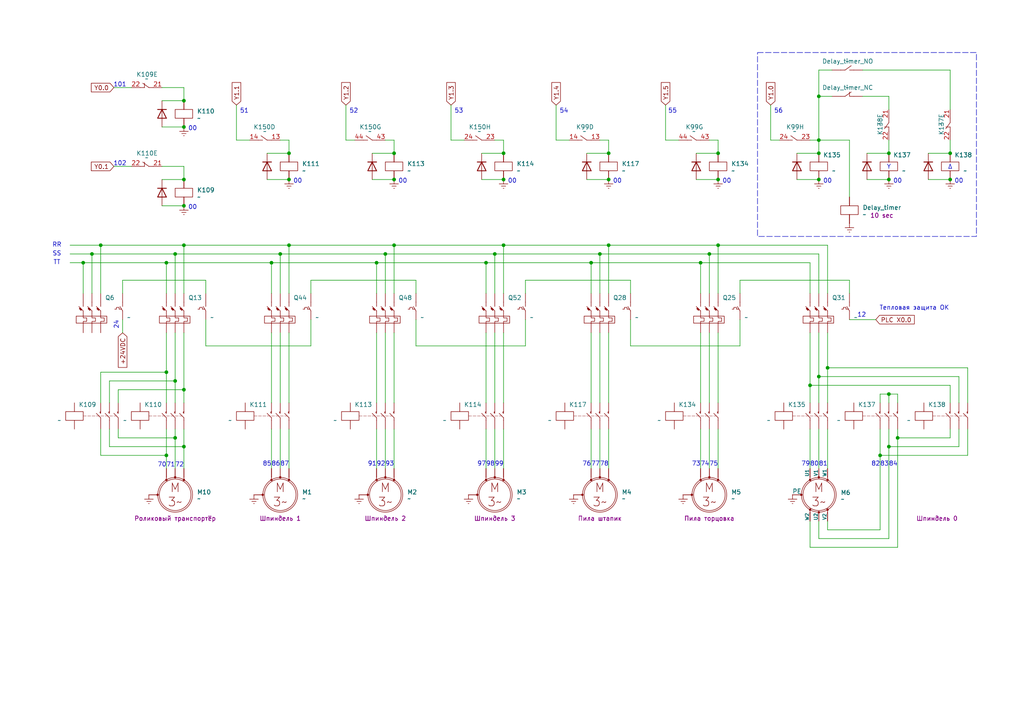
<source format=kicad_sch>
(kicad_sch (version 20231120) (generator "eeschema") (generator_version "8.0")
  (paper "A4")
  (lib_symbols
    (symbol "001:Button NO" (pin_numbers hide) (pin_names (offset 0) hide)
      (property "Reference" "S" (at -0.508 0.762 0))
      (symbol "Button NO_0_1"
        (polyline (pts (xy -2.54 -2.54) (xy -1.27 -2.54)))
        (polyline (pts (xy -1.27 -2.54) (xy 0.508 -1.27)))
        (polyline (pts (xy 1.27 -2.54) (xy 0 -2.54)))
      )
      (symbol "Button NO_1_1"
        (pin bidirectional line (at -5.08 -2.54 0) (length 2.54) (name "") (number "1"))
        (pin bidirectional line (at 3.81 -2.54 180) (length 2.54) (name "") (number "2"))
      )
    )
    (symbol "001:Button_NC" (pin_numbers hide) (pin_names (offset 0) hide)
      (property "Reference" "S" (at -0.508 0.762 0))
      (symbol "Button_NC_0_1"
        (polyline (pts (xy -2.54 -2.54) (xy -1.27 -2.54)))
        (polyline (pts (xy -1.27 -2.54) (xy 0.508 -1.27)))
        (polyline (pts (xy 1.27 -2.54) (xy 0 -2.54) (xy 0 -1.27)))
      )
      (symbol "Button_NC_1_1"
        (pin bidirectional line (at -5.08 -2.54 0) (length 2.54) (name "") (number "1"))
        (pin bidirectional line (at 3.81 -2.54 180) (length 2.54) (name "") (number "2"))
      )
    )
    (symbol "001:Circuit_Breaker_RST+NO" (pin_numbers hide) (pin_names (offset 0) hide)
      (property "Reference" "QF" (at -2.54 0 0))
      (symbol "Circuit_Breaker_RST+NO_0_1"
        (rectangle (start -2.032 -2.794) (end 6.858 -4.826))
        (polyline (pts (xy 0 -1.27) (xy -1.27 0)))
        (polyline (pts (xy 0 1.27) (xy 0 0)))
        (polyline (pts (xy 2.54 -1.27) (xy 1.27 0)))
        (polyline (pts (xy 2.54 1.27) (xy 2.54 0)))
        (polyline (pts (xy 5.08 -1.27) (xy 3.81 0)))
        (polyline (pts (xy 5.08 1.27) (xy 5.08 0)))
        (polyline (pts (xy 11.43 -1.27) (xy 10.668 0)))
        (polyline (pts (xy 11.43 1.27) (xy 11.43 0)))
        (polyline (pts (xy -0.889 -0.381) (xy -1.143 -0.635) (xy -0.635 -1.143) (xy -0.381 -0.889) (xy -0.889 -0.381)) (fill (type outline)))
        (polyline (pts (xy 1.651 -0.381) (xy 1.397 -0.635) (xy 1.905 -1.143) (xy 2.159 -0.889) (xy 1.651 -0.381)) (fill (type outline)))
        (polyline (pts (xy 4.191 -0.381) (xy 3.937 -0.635) (xy 4.445 -1.143) (xy 4.699 -0.889) (xy 4.191 -0.381)) (fill (type outline)))
        (polyline (pts (xy 0 -1.27) (xy 0 -3.302) (xy 1.016 -3.302) (xy 1.016 -4.318) (xy 0 -4.318) (xy 0 -5.08)))
        (polyline (pts (xy 2.54 -1.27) (xy 2.54 -3.302) (xy 3.556 -3.302) (xy 3.556 -4.318) (xy 2.54 -4.318) (xy 2.54 -5.08)))
        (polyline (pts (xy 5.08 -1.27) (xy 5.08 -3.302) (xy 6.096 -3.302) (xy 6.096 -4.318) (xy 5.08 -4.318) (xy 5.08 -5.08)))
        (polyline (pts (xy 11.176 -0.762) (xy 10.414 -0.762) (xy 10.414 -0.254) (xy 9.652 -0.254) (xy 9.652 -0.762) (xy 9.144 -0.762)))
      )
      (symbol "Circuit_Breaker_RST+NO_1_1"
        (pin bidirectional line (at 0 3.81 270) (length 2.54) (name "") (number "1"))
        (pin bidirectional line (at 2.54 3.81 270) (length 2.54) (name "") (number "1"))
        (pin bidirectional line (at 5.08 3.81 270) (length 2.54) (name "") (number "1"))
        (pin bidirectional line (at 11.43 3.81 270) (length 2.54) (name "") (number "1"))
        (pin bidirectional line (at 0 -7.62 90) (length 2.54) (name "") (number "2"))
        (pin bidirectional line (at 2.54 -7.62 90) (length 2.54) (name "") (number "2"))
        (pin bidirectional line (at 5.08 -7.62 90) (length 2.54) (name "") (number "2"))
        (pin bidirectional line (at 11.43 -3.81 90) (length 2.54) (name "") (number "2"))
      )
    )
    (symbol "001:Contactor_RST" (pin_numbers hide) (pin_names (offset 0) hide)
      (property "Reference" "KM" (at -5.08 2.54 0))
      (symbol "Contactor_RST_0_1"
        (rectangle (start -10.16 1.27) (end -5.08 -1.27))
        (polyline (pts (xy -5.08 0) (xy 4.572 0)) (stroke (width 0.0762) (type dash)))
        (polyline (pts (xy 0 -1.27) (xy 0 -0.508)))
        (polyline (pts (xy 0 -0.508) (xy -1.27 0.762)))
        (polyline (pts (xy 0 1.27) (xy 0 0.762)))
        (polyline (pts (xy 2.54 -1.27) (xy 2.54 -0.508)))
        (polyline (pts (xy 2.54 -0.508) (xy 1.27 0.762)))
        (polyline (pts (xy 2.54 1.27) (xy 2.54 0.762)))
        (polyline (pts (xy 5.08 -1.27) (xy 5.08 -0.508)))
        (polyline (pts (xy 5.08 -0.508) (xy 3.81 0.762)))
        (polyline (pts (xy 5.08 1.27) (xy 5.08 0.762)))
        (arc (start 0.0011 1.2382) (mid -0.2222 1.016) (end 0.0011 0.7937))
        (arc (start 2.5411 1.2382) (mid 2.3178 1.016) (end 2.5411 0.7937))
        (arc (start 5.0811 1.2382) (mid 4.8578 1.016) (end 5.0811 0.7937))
      )
      (symbol "Contactor_RST_1_1"
        (pin bidirectional line (at -7.62 -3.81 90) (length 2.54) (name "") (number ""))
        (pin bidirectional line (at -7.62 3.81 270) (length 2.54) (name "") (number ""))
        (pin bidirectional line (at 0 3.81 270) (length 2.54) (name "") (number "1"))
        (pin bidirectional line (at 2.54 3.81 270) (length 2.54) (name "") (number "1"))
        (pin bidirectional line (at 5.08 3.81 270) (length 2.54) (name "") (number "1"))
        (pin bidirectional line (at 0 -3.81 90) (length 2.54) (name "") (number "2"))
        (pin bidirectional line (at 2.54 -3.81 90) (length 2.54) (name "") (number "2"))
        (pin bidirectional line (at 5.08 -3.81 90) (length 2.54) (name "") (number "2"))
      )
    )
    (symbol "001:K_Contact" (pin_names (offset 0))
      (property "Reference" "K" (at 0 0 0))
      (symbol "K_Contact_0_1"
        (polyline (pts (xy -2.54 -2.54) (xy -1.27 -2.54)))
        (polyline (pts (xy -1.27 -2.54) (xy 0.508 -1.27)))
        (polyline (pts (xy 1.27 -2.54) (xy 0 -2.54)))
      )
      (symbol "K_Contact_1_1"
        (pin bidirectional line (at -5.08 -2.54 0) (length 2.54) (name "") (number "1"))
        (pin bidirectional line (at 3.81 -2.54 180) (length 2.54) (name "") (number "2"))
      )
      (symbol "K_Contact_2_1"
        (pin bidirectional line (at -5.08 -2.54 0) (length 2.54) (name "") (number "3"))
        (pin bidirectional line (at 3.81 -2.54 180) (length 2.54) (name "") (number "4"))
      )
      (symbol "K_Contact_3_1"
        (pin bidirectional line (at -5.08 -2.54 0) (length 2.54) (name "") (number "5"))
        (pin bidirectional line (at 3.81 -2.54 180) (length 2.54) (name "") (number "6"))
      )
      (symbol "K_Contact_4_1"
        (pin bidirectional line (at -5.08 -2.54 0) (length 2.54) (name "") (number "13"))
        (pin bidirectional line (at 3.81 -2.54 180) (length 2.54) (name "") (number "14"))
      )
      (symbol "K_Contact_5_1"
        (polyline (pts (xy 0 -2.54) (xy 0 -1.27)))
        (pin bidirectional line (at -5.08 -2.54 0) (length 2.54) (name "") (number "21"))
        (pin bidirectional line (at 3.81 -2.54 180) (length 2.54) (name "") (number "22"))
      )
      (symbol "K_Contact_6_1"
        (polyline (pts (xy 0 -2.54) (xy 0 -1.27)))
        (pin bidirectional line (at -5.08 -2.54 0) (length 2.54) (name "") (number "31"))
        (pin bidirectional line (at 3.81 -2.54 180) (length 2.54) (name "") (number "32"))
      )
      (symbol "K_Contact_7_1"
        (pin bidirectional line (at -5.08 -2.54 0) (length 2.54) (name "") (number "43"))
        (pin bidirectional line (at 3.81 -2.54 180) (length 2.54) (name "") (number "44"))
      )
    )
    (symbol "001:K_Relay"
      (property "Reference" "K" (at 0 0 0))
      (symbol "K_Relay_0_1"
        (rectangle (start -2.54 1.27) (end 2.54 -1.27))
      )
      (symbol "K_Relay_1_1"
        (pin bidirectional line (at 0 -3.81 90) (length 2.54) (name "") (number ""))
        (pin bidirectional line (at 0 3.81 270) (length 2.54) (name "") (number ""))
      )
    )
    (symbol "001:Motor_asynch 3 wires" (pin_numbers hide) (pin_names (offset 0) hide)
      (property "Reference" "M" (at -7.62 6.35 0))
      (symbol "Motor_asynch 3 wires_0_1"
        (circle (center -5.08 0) (radius 0.254) (fill (type outline)))
        (circle (center -2.54 4.318) (radius 0.0001))
        (circle (center -2.54 4.318) (radius 0.254) (fill (type outline)))
        (polyline (pts (xy -2.54 5.08) (xy -2.54 4.318)))
        (polyline (pts (xy 2.54 5.08) (xy 2.54 4.318)))
        (circle (center 0 0) (radius 4.5791))
        (circle (center 0 0) (radius 5.0418))
        (circle (center 0 5.08) (radius 0.254) (fill (type outline)))
        (circle (center 2.54 4.318) (radius 0.254) (fill (type outline)))
      )
      (symbol "Motor_asynch 3 wires_1_1"
        (text "M\n3~" (at 0 0 0) (effects (font (size 2.54 2.54))))
        (pin bidirectional line (at -7.62 0 0) (length 2.54) (name "") (number "1"))
        (pin bidirectional line (at -2.54 7.62 270) (length 2.54) (name "") (number "1"))
        (pin bidirectional line (at 0 7.62 270) (length 2.54) (name "") (number "1"))
        (pin bidirectional line (at 2.54 7.62 270) (length 2.54) (name "") (number "1"))
      )
    )
    (symbol "001:Motor_asynch_6_wires" (pin_numbers hide) (pin_names (offset 0))
      (property "Reference" "M" (at -7.62 6.35 0))
      (symbol "Motor_asynch_6_wires_0_1"
        (circle (center -5.08 0) (radius 0.254) (fill (type outline)))
        (circle (center -2.54 -4.318) (radius 0.254) (fill (type outline)))
        (circle (center -2.54 4.318) (radius 0.0001))
        (circle (center -2.54 4.318) (radius 0.254) (fill (type outline)))
        (circle (center 0 -5.08) (radius 0.254) (fill (type outline)))
        (polyline (pts (xy -2.54 -5.334) (xy -2.54 -4.572)))
        (polyline (pts (xy -2.54 5.08) (xy -2.54 4.318)))
        (polyline (pts (xy 2.54 -5.334) (xy 2.54 -4.572)))
        (polyline (pts (xy 2.54 5.08) (xy 2.54 4.318)))
        (circle (center 0 0) (radius 4.5791))
        (circle (center 0 0) (radius 5.0418))
        (circle (center 0 5.08) (radius 0.254) (fill (type outline)))
        (circle (center 2.54 -4.572) (radius 0.0001))
        (circle (center 2.54 -4.318) (radius 0.254) (fill (type outline)))
        (circle (center 2.54 4.318) (radius 0.254) (fill (type outline)))
      )
      (symbol "Motor_asynch_6_wires_1_1"
        (text "M\n3~" (at 0 0 0) (effects (font (size 2.54 2.54))))
        (pin bidirectional line (at -2.54 7.62 270) (length 2.54) (name "U1") (number "1"))
        (pin bidirectional line (at 0 7.62 270) (length 2.54) (name "V1") (number "2"))
        (pin bidirectional line (at 2.54 7.62 270) (length 2.54) (name "W1") (number "3"))
        (pin bidirectional line (at -2.54 -7.62 90) (length 2.54) (name "W2") (number "4"))
        (pin bidirectional line (at 0 -7.62 90) (length 2.54) (name "U2") (number "5"))
        (pin bidirectional line (at 2.54 -7.62 90) (length 2.54) (name "V2") (number "6"))
        (pin bidirectional line (at -7.62 0 0) (length 2.54) (name "PE") (number "7"))
      )
    )
    (symbol "Device:D" (pin_numbers hide) (pin_names (offset 1.016) hide)
      (property "Reference" "D" (at 0 2.54 0))
      (property "Value" "D" (at 0 -2.54 0))
      (symbol "D_0_1"
        (polyline (pts (xy -1.27 1.27) (xy -1.27 -1.27)) (stroke (width 0.254)))
        (polyline (pts (xy 1.27 0) (xy -1.27 0)))
        (polyline (pts (xy 1.27 1.27) (xy 1.27 -1.27) (xy -1.27 0) (xy 1.27 1.27)) (stroke (width 0.254)))
      )
      (symbol "D_1_1"
        (pin passive line (at -3.81 0 0) (length 2.54) (name "K") (number "1"))
        (pin passive line (at 3.81 0 180) (length 2.54) (name "A") (number "2"))
      )
    )
    (symbol "K_Contact_1" (pin_names (offset 0))
      (property "Reference" "K" (at 0 0 0))
      (symbol "K_Contact_1_0_1"
        (polyline (pts (xy -2.54 -2.54) (xy -1.27 -2.54)))
        (polyline (pts (xy -1.27 -2.54) (xy 0.508 -1.27)))
        (polyline (pts (xy 1.27 -2.54) (xy 0 -2.54)))
      )
      (symbol "K_Contact_1_1_1"
        (pin bidirectional line (at -5.08 -2.54 0) (length 2.54) (name "") (number "1"))
        (pin bidirectional line (at 3.81 -2.54 180) (length 2.54) (name "") (number "2"))
      )
      (symbol "K_Contact_1_2_1"
        (pin bidirectional line (at -5.08 -2.54 0) (length 2.54) (name "") (number "3"))
        (pin bidirectional line (at 3.81 -2.54 180) (length 2.54) (name "") (number "4"))
      )
      (symbol "K_Contact_1_3_1"
        (pin bidirectional line (at -5.08 -2.54 0) (length 2.54) (name "") (number "5"))
        (pin bidirectional line (at 3.81 -2.54 180) (length 2.54) (name "") (number "6"))
      )
      (symbol "K_Contact_1_4_1"
        (pin bidirectional line (at -5.08 -2.54 0) (length 2.54) (name "") (number "13"))
        (pin bidirectional line (at 3.81 -2.54 180) (length 2.54) (name "") (number "14"))
      )
      (symbol "K_Contact_1_5_1"
        (polyline (pts (xy 0 -2.54) (xy 0 -1.27)))
        (pin bidirectional line (at -5.08 -2.54 0) (length 2.54) (name "") (number "21"))
        (pin bidirectional line (at 3.81 -2.54 180) (length 2.54) (name "") (number "22"))
      )
      (symbol "K_Contact_1_6_1"
        (polyline (pts (xy 0 -2.54) (xy 0 -1.27)))
        (pin bidirectional line (at -5.08 -2.54 0) (length 2.54) (name "") (number "31"))
        (pin bidirectional line (at 3.81 -2.54 180) (length 2.54) (name "") (number "32"))
      )
      (symbol "K_Contact_1_7_1"
        (pin bidirectional line (at -5.08 -2.54 0) (length 2.54) (name "") (number "43"))
        (pin bidirectional line (at 3.81 -2.54 180) (length 2.54) (name "") (number "44"))
      )
      (symbol "K_Contact_1_8_1"
        (pin bidirectional line (at -5.08 -2.54 0) (length 2.54) (name "") (number "23"))
        (pin bidirectional line (at 3.81 -2.54 180) (length 2.54) (name "") (number "24"))
      )
      (symbol "K_Contact_1_9_1"
        (pin bidirectional line (at -5.08 -2.54 0) (length 2.54) (name "") (number "33"))
        (pin bidirectional line (at 3.81 -2.54 180) (length 2.54) (name "") (number "34"))
      )
    )
    (symbol "K_Contact_2" (pin_names (offset 0))
      (property "Reference" "K" (at 0 0 0))
      (symbol "K_Contact_2_0_1"
        (polyline (pts (xy -2.54 -2.54) (xy -1.27 -2.54)))
        (polyline (pts (xy -1.27 -2.54) (xy 0.508 -1.27)))
        (polyline (pts (xy 1.27 -2.54) (xy 0 -2.54)))
      )
      (symbol "K_Contact_2_1_1"
        (pin bidirectional line (at -5.08 -2.54 0) (length 2.54) (name "") (number "1"))
        (pin bidirectional line (at 3.81 -2.54 180) (length 2.54) (name "") (number "2"))
      )
      (symbol "K_Contact_2_2_1"
        (pin bidirectional line (at -5.08 -2.54 0) (length 2.54) (name "") (number "3"))
        (pin bidirectional line (at 3.81 -2.54 180) (length 2.54) (name "") (number "4"))
      )
      (symbol "K_Contact_2_3_1"
        (pin bidirectional line (at -5.08 -2.54 0) (length 2.54) (name "") (number "5"))
        (pin bidirectional line (at 3.81 -2.54 180) (length 2.54) (name "") (number "6"))
      )
      (symbol "K_Contact_2_4_1"
        (pin bidirectional line (at -5.08 -2.54 0) (length 2.54) (name "") (number "13"))
        (pin bidirectional line (at 3.81 -2.54 180) (length 2.54) (name "") (number "14"))
      )
      (symbol "K_Contact_2_5_1"
        (polyline (pts (xy 0 -2.54) (xy 0 -1.27)))
        (pin bidirectional line (at -5.08 -2.54 0) (length 2.54) (name "") (number "21"))
        (pin bidirectional line (at 3.81 -2.54 180) (length 2.54) (name "") (number "22"))
      )
      (symbol "K_Contact_2_6_1"
        (polyline (pts (xy 0 -2.54) (xy 0 -1.27)))
        (pin bidirectional line (at -5.08 -2.54 0) (length 2.54) (name "") (number "31"))
        (pin bidirectional line (at 3.81 -2.54 180) (length 2.54) (name "") (number "32"))
      )
      (symbol "K_Contact_2_7_1"
        (pin bidirectional line (at -5.08 -2.54 0) (length 2.54) (name "") (number "43"))
        (pin bidirectional line (at 3.81 -2.54 180) (length 2.54) (name "") (number "44"))
      )
      (symbol "K_Contact_2_8_1"
        (pin bidirectional line (at -5.08 -2.54 0) (length 2.54) (name "") (number "23"))
        (pin bidirectional line (at 3.81 -2.54 180) (length 2.54) (name "") (number "24"))
      )
      (symbol "K_Contact_2_9_1"
        (pin bidirectional line (at -5.08 -2.54 0) (length 2.54) (name "") (number "33"))
        (pin bidirectional line (at 3.81 -2.54 180) (length 2.54) (name "") (number "34"))
      )
    )
    (symbol "K_Contact_3" (pin_names (offset 0))
      (property "Reference" "K" (at 0 0 0))
      (symbol "K_Contact_3_0_1"
        (polyline (pts (xy -2.54 -2.54) (xy -1.27 -2.54)))
        (polyline (pts (xy -1.27 -2.54) (xy 0.508 -1.27)))
        (polyline (pts (xy 1.27 -2.54) (xy 0 -2.54)))
      )
      (symbol "K_Contact_3_1_1"
        (pin bidirectional line (at -5.08 -2.54 0) (length 2.54) (name "") (number "1"))
        (pin bidirectional line (at 3.81 -2.54 180) (length 2.54) (name "") (number "2"))
      )
      (symbol "K_Contact_3_2_1"
        (pin bidirectional line (at -5.08 -2.54 0) (length 2.54) (name "") (number "3"))
        (pin bidirectional line (at 3.81 -2.54 180) (length 2.54) (name "") (number "4"))
      )
      (symbol "K_Contact_3_3_1"
        (pin bidirectional line (at -5.08 -2.54 0) (length 2.54) (name "") (number "5"))
        (pin bidirectional line (at 3.81 -2.54 180) (length 2.54) (name "") (number "6"))
      )
      (symbol "K_Contact_3_4_1"
        (pin bidirectional line (at -5.08 -2.54 0) (length 2.54) (name "") (number "13"))
        (pin bidirectional line (at 3.81 -2.54 180) (length 2.54) (name "") (number "14"))
      )
      (symbol "K_Contact_3_5_1"
        (polyline (pts (xy 0 -2.54) (xy 0 -1.27)))
        (pin bidirectional line (at -5.08 -2.54 0) (length 2.54) (name "") (number "21"))
        (pin bidirectional line (at 3.81 -2.54 180) (length 2.54) (name "") (number "22"))
      )
      (symbol "K_Contact_3_6_1"
        (polyline (pts (xy 0 -2.54) (xy 0 -1.27)))
        (pin bidirectional line (at -5.08 -2.54 0) (length 2.54) (name "") (number "31"))
        (pin bidirectional line (at 3.81 -2.54 180) (length 2.54) (name "") (number "32"))
      )
      (symbol "K_Contact_3_7_1"
        (pin bidirectional line (at -5.08 -2.54 0) (length 2.54) (name "") (number "43"))
        (pin bidirectional line (at 3.81 -2.54 180) (length 2.54) (name "") (number "44"))
      )
      (symbol "K_Contact_3_8_1"
        (pin bidirectional line (at -5.08 -2.54 0) (length 2.54) (name "") (number "23"))
        (pin bidirectional line (at 3.81 -2.54 180) (length 2.54) (name "") (number "24"))
      )
      (symbol "K_Contact_3_9_1"
        (pin bidirectional line (at -5.08 -2.54 0) (length 2.54) (name "") (number "33"))
        (pin bidirectional line (at 3.81 -2.54 180) (length 2.54) (name "") (number "34"))
      )
    )
    (symbol "power:Earth" (power) (pin_numbers hide) (pin_names (offset 0) hide)
      (property "Value" "Earth" (at 0 -3.81 0))
      (symbol "Earth_0_1"
        (polyline (pts (xy -0.635 -1.905) (xy 0.635 -1.905)))
        (polyline (pts (xy -0.127 -2.54) (xy 0.127 -2.54)))
        (polyline (pts (xy 0 -1.27) (xy 0 0)))
        (polyline (pts (xy 1.27 -1.27) (xy -1.27 -1.27)))
      )
      (symbol "Earth_1_1"
        (pin power_in line (at 0 0 270) (length 0) (name "~") (number "1"))
      )
    )
  )
  (junction (at 78.74 76.2))
  (junction (at 53.34 59.69))
  (junction (at 53.34 71.12))
  (junction (at 208.28 52.07))
  (junction (at 50.8 127))
  (junction (at 275.59 44.45))
  (junction (at 53.34 29.21))
  (junction (at 81.28 73.66))
  (junction (at 29.21 71.12))
  (junction (at 53.34 36.83))
  (junction (at 24.13 76.2))
  (junction (at 171.45 76.2))
  (junction (at 146.05 52.07))
  (junction (at 50.8 110.49))
  (junction (at 257.81 129.54))
  (junction (at 83.82 44.45))
  (junction (at 208.28 44.45))
  (junction (at 50.8 73.66))
  (junction (at 237.49 40.64))
  (junction (at 53.34 129.54))
  (junction (at 176.53 44.45))
  (junction (at 48.26 107.95))
  (junction (at 257.81 52.07))
  (junction (at 140.97 76.2))
  (junction (at 237.49 27.94))
  (junction (at 83.82 71.12))
  (junction (at 260.35 127))
  (junction (at 114.3 44.45))
  (junction (at 114.3 52.07))
  (junction (at 48.26 132.08))
  (junction (at 176.53 52.07))
  (junction (at 146.05 71.12))
  (junction (at 203.2 76.2))
  (junction (at 255.27 132.08))
  (junction (at 237.49 109.22))
  (junction (at 176.53 71.12))
  (junction (at 257.81 44.45))
  (junction (at 237.49 52.07))
  (junction (at 146.05 44.45))
  (junction (at 53.34 52.07))
  (junction (at 240.03 106.68))
  (junction (at 143.51 73.66))
  (junction (at 205.74 73.66))
  (junction (at 257.81 114.3))
  (junction (at 26.67 73.66))
  (junction (at 173.99 73.66))
  (junction (at 234.95 111.76))
  (junction (at 48.26 76.2))
  (junction (at 208.28 71.12))
  (junction (at 109.22 76.2))
  (junction (at 53.34 113.03))
  (junction (at 237.49 44.45))
  (junction (at 83.82 52.07))
  (junction (at 111.76 73.66))
  (junction (at 275.59 52.07))
  (junction (at 114.3 71.12))
  (wire (pts (xy 269.24 52.07) (xy 275.59 52.07)))
  (wire (pts (xy 78.74 76.2) (xy 109.22 76.2)))
  (wire (pts (xy 205.74 96.52) (xy 205.74 116.84)))
  (wire (pts (xy 223.52 40.64) (xy 226.06 40.64)))
  (wire (pts (xy 234.95 76.2) (xy 234.95 85.09)))
  (wire (pts (xy 146.05 71.12) (xy 176.53 71.12)))
  (wire (pts (xy 205.74 85.09) (xy 205.74 73.66)))
  (wire (pts (xy 31.75 116.84) (xy 31.75 110.49)))
  (wire (pts (xy 33.02 25.4) (xy 38.1 25.4)))
  (wire (pts (xy 152.4 100.33) (xy 152.4 92.71)))
  (wire (pts (xy 46.99 52.07) (xy 53.34 52.07)))
  (wire (pts (xy 255.27 153.67) (xy 240.03 153.67)))
  (wire (pts (xy 109.22 124.46) (xy 109.22 135.89)))
  (wire (pts (xy 107.95 52.07) (xy 114.3 52.07)))
  (wire (pts (xy 246.38 81.28) (xy 246.38 85.09)))
  (wire (pts (xy 237.49 27.94) (xy 237.49 40.64)))
  (wire (pts (xy 173.99 40.64) (xy 176.53 40.64)))
  (wire (pts (xy 146.05 71.12) (xy 146.05 85.09)))
  (wire (pts (xy 29.21 107.95) (xy 48.26 107.95)))
  (wire (pts (xy 48.26 96.52) (xy 48.26 107.95)))
  (wire (pts (xy 182.88 81.28) (xy 182.88 85.09)))
  (wire (pts (xy 140.97 96.52) (xy 140.97 116.84)))
  (wire (pts (xy 182.88 100.33) (xy 214.63 100.33)))
  (wire (pts (xy 223.52 30.48) (xy 223.52 40.64)))
  (wire (pts (xy 237.49 156.21) (xy 257.81 156.21)))
  (wire (pts (xy 77.47 44.45) (xy 83.82 44.45)))
  (wire (pts (xy 31.75 129.54) (xy 53.34 129.54)))
  (wire (pts (xy 240.03 106.68) (xy 240.03 116.84)))
  (wire (pts (xy 31.75 124.46) (xy 31.75 129.54)))
  (wire (pts (xy 143.51 96.52) (xy 143.51 116.84)))
  (wire (pts (xy 140.97 76.2) (xy 171.45 76.2)))
  (wire (pts (xy 139.7 52.07) (xy 146.05 52.07)))
  (wire (pts (xy 34.29 116.84) (xy 34.29 113.03)))
  (wire (pts (xy 234.95 40.64) (xy 237.49 40.64)))
  (wire (pts (xy 120.65 100.33) (xy 152.4 100.33)))
  (wire (pts (xy 81.28 96.52) (xy 81.28 116.84)))
  (wire (pts (xy 240.03 124.46) (xy 240.03 135.89)))
  (wire (pts (xy 50.8 96.52) (xy 50.8 110.49)))
  (wire (pts (xy 146.05 96.52) (xy 146.05 116.84)))
  (wire (pts (xy 203.2 76.2) (xy 203.2 85.09)))
  (wire (pts (xy 257.81 124.46) (xy 257.81 129.54)))
  (wire (pts (xy 171.45 76.2) (xy 203.2 76.2)))
  (wire (pts (xy 53.34 25.4) (xy 53.34 29.21)))
  (wire (pts (xy 234.95 158.75) (xy 234.95 151.13)))
  (wire (pts (xy 78.74 124.46) (xy 78.74 135.89)))
  (wire (pts (xy 208.28 71.12) (xy 240.03 71.12)))
  (wire (pts (xy 280.67 124.46) (xy 280.67 132.08)))
  (wire (pts (xy 161.29 30.48) (xy 161.29 40.64)))
  (wire (pts (xy 34.29 127) (xy 50.8 127)))
  (wire (pts (xy 205.74 40.64) (xy 208.28 40.64)))
  (wire (pts (xy 35.56 85.09) (xy 35.56 81.28)))
  (wire (pts (xy 48.26 76.2) (xy 78.74 76.2)))
  (wire (pts (xy 24.13 76.2) (xy 24.13 85.09)))
  (wire (pts (xy 111.76 73.66) (xy 143.51 73.66)))
  (wire (pts (xy 50.8 73.66) (xy 81.28 73.66)))
  (wire (pts (xy 31.75 110.49) (xy 50.8 110.49)))
  (wire (pts (xy 246.38 57.15) (xy 246.38 40.64)))
  (wire (pts (xy 237.49 151.13) (xy 237.49 156.21)))
  (wire (pts (xy 29.21 71.12) (xy 53.34 71.12)))
  (wire (pts (xy 152.4 85.09) (xy 152.4 81.28)))
  (wire (pts (xy 53.34 113.03) (xy 53.34 116.84)))
  (wire (pts (xy 269.24 44.45) (xy 275.59 44.45)))
  (wire (pts (xy 173.99 96.52) (xy 173.99 116.84)))
  (wire (pts (xy 53.34 129.54) (xy 53.34 135.89)))
  (wire (pts (xy 246.38 40.64) (xy 237.49 40.64)))
  (wire (pts (xy 120.65 92.71) (xy 120.65 100.33)))
  (wire (pts (xy 250.19 27.94) (xy 257.81 27.94)))
  (wire (pts (xy 237.49 40.64) (xy 237.49 44.45)))
  (wire (pts (xy 111.76 96.52) (xy 111.76 116.84)))
  (wire (pts (xy 173.99 73.66) (xy 205.74 73.66)))
  (wire (pts (xy 29.21 132.08) (xy 48.26 132.08)))
  (wire (pts (xy 46.99 59.69) (xy 53.34 59.69)))
  (wire (pts (xy 275.59 116.84) (xy 275.59 111.76)))
  (wire (pts (xy 143.51 73.66) (xy 173.99 73.66)))
  (wire (pts (xy 29.21 71.12) (xy 29.21 85.09)))
  (wire (pts (xy 260.35 127) (xy 260.35 158.75)))
  (wire (pts (xy 90.17 85.09) (xy 90.17 81.28)))
  (wire (pts (xy 255.27 132.08) (xy 280.67 132.08)))
  (wire (pts (xy 182.88 92.71) (xy 182.88 100.33)))
  (wire (pts (xy 231.14 44.45) (xy 237.49 44.45)))
  (wire (pts (xy 46.99 36.83) (xy 53.34 36.83)))
  (wire (pts (xy 20.32 76.2) (xy 24.13 76.2)))
  (wire (pts (xy 53.34 71.12) (xy 83.82 71.12)))
  (wire (pts (xy 255.27 124.46) (xy 255.27 132.08)))
  (wire (pts (xy 140.97 124.46) (xy 140.97 135.89)))
  (wire (pts (xy 257.81 129.54) (xy 257.81 156.21)))
  (wire (pts (xy 176.53 96.52) (xy 176.53 116.84)))
  (wire (pts (xy 100.33 30.48) (xy 100.33 40.64)))
  (wire (pts (xy 171.45 96.52) (xy 171.45 116.84)))
  (wire (pts (xy 35.56 81.28) (xy 59.69 81.28)))
  (wire (pts (xy 83.82 71.12) (xy 83.82 85.09)))
  (wire (pts (xy 176.53 40.64) (xy 176.53 44.45)))
  (wire (pts (xy 109.22 76.2) (xy 140.97 76.2)))
  (wire (pts (xy 203.2 124.46) (xy 203.2 135.89)))
  (wire (pts (xy 208.28 71.12) (xy 208.28 85.09)))
  (wire (pts (xy 48.26 107.95) (xy 48.26 116.84)))
  (wire (pts (xy 241.3 27.94) (xy 237.49 27.94)))
  (wire (pts (xy 68.58 30.48) (xy 68.58 40.64)))
  (wire (pts (xy 83.82 96.52) (xy 83.82 116.84)))
  (wire (pts (xy 203.2 96.52) (xy 203.2 116.84)))
  (wire (pts (xy 146.05 40.64) (xy 146.05 44.45)))
  (wire (pts (xy 173.99 124.46) (xy 173.99 135.89)))
  (wire (pts (xy 278.13 109.22) (xy 237.49 109.22)))
  (wire (pts (xy 59.69 81.28) (xy 59.69 85.09)))
  (wire (pts (xy 143.51 40.64) (xy 146.05 40.64)))
  (wire (pts (xy 260.35 127) (xy 275.59 127)))
  (wire (pts (xy 278.13 124.46) (xy 278.13 129.54)))
  (wire (pts (xy 78.74 96.52) (xy 78.74 116.84)))
  (wire (pts (xy 208.28 96.52) (xy 208.28 116.84)))
  (wire (pts (xy 109.22 76.2) (xy 109.22 85.09)))
  (wire (pts (xy 237.49 109.22) (xy 237.49 116.84)))
  (wire (pts (xy 59.69 100.33) (xy 90.17 100.33)))
  (wire (pts (xy 208.28 40.64) (xy 208.28 44.45)))
  (wire (pts (xy 78.74 76.2) (xy 78.74 85.09)))
  (wire (pts (xy 237.49 20.32) (xy 237.49 27.94)))
  (wire (pts (xy 53.34 96.52) (xy 53.34 113.03)))
  (wire (pts (xy 201.93 52.07) (xy 208.28 52.07)))
  (wire (pts (xy 143.51 124.46) (xy 143.51 135.89)))
  (wire (pts (xy 171.45 124.46) (xy 171.45 135.89)))
  (wire (pts (xy 257.81 114.3) (xy 260.35 114.3)))
  (wire (pts (xy 203.2 76.2) (xy 234.95 76.2)))
  (wire (pts (xy 46.99 48.26) (xy 53.34 48.26)))
  (wire (pts (xy 114.3 40.64) (xy 114.3 44.45)))
  (wire (pts (xy 152.4 81.28) (xy 182.88 81.28)))
  (wire (pts (xy 280.67 116.84) (xy 280.67 106.68)))
  (wire (pts (xy 254 92.71) (xy 246.38 92.71)))
  (wire (pts (xy 234.95 96.52) (xy 234.95 111.76)))
  (wire (pts (xy 26.67 73.66) (xy 50.8 73.66)))
  (wire (pts (xy 173.99 85.09) (xy 173.99 73.66)))
  (wire (pts (xy 275.59 40.64) (xy 275.59 44.45)))
  (wire (pts (xy 260.35 158.75) (xy 234.95 158.75)))
  (wire (pts (xy 255.27 116.84) (xy 255.27 114.3)))
  (wire (pts (xy 171.45 76.2) (xy 171.45 85.09)))
  (wire (pts (xy 176.53 71.12) (xy 208.28 71.12)))
  (wire (pts (xy 176.53 71.12) (xy 176.53 85.09)))
  (wire (pts (xy 100.33 40.64) (xy 102.87 40.64)))
  (wire (pts (xy 50.8 73.66) (xy 50.8 85.09)))
  (wire (pts (xy 111.76 40.64) (xy 114.3 40.64)))
  (wire (pts (xy 48.26 132.08) (xy 48.26 135.89)))
  (wire (pts (xy 48.26 76.2) (xy 48.26 85.09)))
  (wire (pts (xy 109.22 96.52) (xy 109.22 116.84)))
  (wire (pts (xy 278.13 129.54) (xy 257.81 129.54)))
  (wire (pts (xy 255.27 114.3) (xy 257.81 114.3)))
  (wire (pts (xy 33.02 48.26) (xy 38.1 48.26)))
  (wire (pts (xy 234.95 111.76) (xy 234.95 116.84)))
  (wire (pts (xy 114.3 96.52) (xy 114.3 116.84)))
  (wire (pts (xy 20.32 71.12) (xy 29.21 71.12)))
  (wire (pts (xy 237.49 96.52) (xy 237.49 109.22)))
  (wire (pts (xy 234.95 124.46) (xy 234.95 135.89)))
  (wire (pts (xy 214.63 81.28) (xy 246.38 81.28)))
  (wire (pts (xy 255.27 132.08) (xy 255.27 153.67)))
  (wire (pts (xy 114.3 71.12) (xy 146.05 71.12)))
  (wire (pts (xy 140.97 76.2) (xy 140.97 85.09)))
  (wire (pts (xy 257.81 27.94) (xy 257.81 31.75)))
  (wire (pts (xy 120.65 81.28) (xy 120.65 85.09)))
  (wire (pts (xy 90.17 100.33) (xy 90.17 92.71)))
  (wire (pts (xy 241.3 20.32) (xy 237.49 20.32)))
  (wire (pts (xy 193.04 30.48) (xy 193.04 40.64)))
  (wire (pts (xy 81.28 73.66) (xy 81.28 85.09)))
  (wire (pts (xy 251.46 52.07) (xy 257.81 52.07)))
  (wire (pts (xy 46.99 29.21) (xy 53.34 29.21)))
  (wire (pts (xy 280.67 106.68) (xy 240.03 106.68)))
  (wire (pts (xy 48.26 124.46) (xy 48.26 132.08)))
  (wire (pts (xy 170.18 52.07) (xy 176.53 52.07)))
  (wire (pts (xy 240.03 151.13) (xy 240.03 153.67)))
  (wire (pts (xy 231.14 52.07) (xy 237.49 52.07)))
  (wire (pts (xy 240.03 71.12) (xy 240.03 85.09)))
  (wire (pts (xy 275.59 111.76) (xy 234.95 111.76)))
  (wire (pts (xy 130.81 40.64) (xy 134.62 40.64)))
  (wire (pts (xy 53.34 48.26) (xy 53.34 52.07)))
  (wire (pts (xy 46.99 25.4) (xy 53.34 25.4)))
  (wire (pts (xy 90.17 81.28) (xy 120.65 81.28)))
  (wire (pts (xy 53.34 71.12) (xy 53.34 85.09)))
  (wire (pts (xy 50.8 124.46) (xy 50.8 127)))
  (wire (pts (xy 143.51 73.66) (xy 143.51 85.09)))
  (wire (pts (xy 176.53 124.46) (xy 176.53 135.89)))
  (wire (pts (xy 29.21 124.46) (xy 29.21 132.08)))
  (wire (pts (xy 260.35 116.84) (xy 260.35 114.3)))
  (wire (pts (xy 214.63 81.28) (xy 214.63 85.09)))
  (wire (pts (xy 257.81 40.64) (xy 257.81 44.45)))
  (wire (pts (xy 257.81 114.3) (xy 257.81 116.84)))
  (wire (pts (xy 275.59 20.32) (xy 275.59 31.75)))
  (wire (pts (xy 81.28 124.46) (xy 81.28 135.89)))
  (wire (pts (xy 114.3 71.12) (xy 114.3 85.09)))
  (wire (pts (xy 205.74 73.66) (xy 237.49 73.66)))
  (wire (pts (xy 50.8 110.49) (xy 50.8 116.84)))
  (wire (pts (xy 278.13 116.84) (xy 278.13 109.22)))
  (wire (pts (xy 260.35 124.46) (xy 260.35 127)))
  (wire (pts (xy 237.49 124.46) (xy 237.49 135.89)))
  (wire (pts (xy 111.76 73.66) (xy 111.76 85.09)))
  (wire (pts (xy 34.29 124.46) (xy 34.29 127)))
  (wire (pts (xy 83.82 124.46) (xy 83.82 135.89)))
  (wire (pts (xy 107.95 44.45) (xy 114.3 44.45)))
  (wire (pts (xy 139.7 44.45) (xy 146.05 44.45)))
  (wire (pts (xy 35.56 96.52) (xy 35.56 92.71)))
  (wire (pts (xy 77.47 52.07) (xy 83.82 52.07)))
  (wire (pts (xy 237.49 85.09) (xy 237.49 73.66)))
  (wire (pts (xy 170.18 44.45) (xy 176.53 44.45)))
  (wire (pts (xy 193.04 40.64) (xy 196.85 40.64)))
  (wire (pts (xy 111.76 124.46) (xy 111.76 135.89)))
  (wire (pts (xy 275.59 124.46) (xy 275.59 127)))
  (wire (pts (xy 83.82 40.64) (xy 83.82 44.45)))
  (wire (pts (xy 81.28 73.66) (xy 111.76 73.66)))
  (wire (pts (xy 53.34 124.46) (xy 53.34 129.54)))
  (wire (pts (xy 146.05 124.46) (xy 146.05 135.89)))
  (wire (pts (xy 251.46 44.45) (xy 257.81 44.45)))
  (wire (pts (xy 34.29 113.03) (xy 53.34 113.03)))
  (wire (pts (xy 81.28 40.64) (xy 83.82 40.64)))
  (wire (pts (xy 161.29 40.64) (xy 165.1 40.64)))
  (wire (pts (xy 114.3 124.46) (xy 114.3 135.89)))
  (wire (pts (xy 29.21 107.95) (xy 29.21 116.84)))
  (wire (pts (xy 68.58 40.64) (xy 72.39 40.64)))
  (wire (pts (xy 26.67 73.66) (xy 26.67 85.09)))
  (wire (pts (xy 240.03 96.52) (xy 240.03 106.68)))
  (wire (pts (xy 20.32 73.66) (xy 26.67 73.66)))
  (wire (pts (xy 59.69 92.71) (xy 59.69 100.33)))
  (wire (pts (xy 214.63 92.71) (xy 214.63 100.33)))
  (wire (pts (xy 208.28 124.46) (xy 208.28 135.89)))
  (wire (pts (xy 250.19 20.32) (xy 275.59 20.32)))
  (wire (pts (xy 83.82 71.12) (xy 114.3 71.12)))
  (wire (pts (xy 205.74 124.46) (xy 205.74 135.89)))
  (wire (pts (xy 50.8 127) (xy 50.8 135.89)))
  (wire (pts (xy 130.81 30.48) (xy 130.81 40.64)))
  (wire (pts (xy 201.93 44.45) (xy 208.28 44.45)))
  (wire (pts (xy 24.13 76.2) (xy 48.26 76.2)))
  (rectangle (start 219.71 15.24) (end 283.21 68.58) (stroke (width 0) (type dash)))
  (text "RR" (at 16.51 71.12 0) (effects (font (size 1.27 1.27))))
  (text "71" (at 49.53 134.874 0) (effects (font (size 1.27 1.27))))
  (text "00" (at 210.82 52.578 0) (effects (font (size 1.27 1.27))))
  (text "97" (at 139.7 134.62 0) (effects (font (size 1.27 1.27))))
  (text "00" (at 55.88 37.338 0) (effects (font (size 1.27 1.27))))
  (text "81" (at 238.76 134.62 0) (effects (font (size 1.27 1.27))))
  (text "00" (at 148.59 52.578 0) (effects (font (size 1.27 1.27))))
  (text "Y" (at 257.81 48.514 0) (effects (font (size 1.27 1.27))))
  (text "85" (at 77.47 134.62 0) (effects (font (size 1.27 1.27))))
  (text "82" (at 254 134.62 0) (effects (font (size 1.27 1.27))))
  (text "SS" (at 16.51 73.66 0) (effects (font (size 1.27 1.27))))
  (text "55" (at 195.072 32.258 0) (effects (font (size 1.27 1.27))))
  (text "TT" (at 16.51 76.2 0) (effects (font (size 1.27 1.27))))
  (text "00" (at 278.13 52.578 0) (effects (font (size 1.27 1.27))))
  (text "83" (at 256.54 134.62 0) (effects (font (size 1.27 1.27))))
  (text "24" (at 33.782 94.234 90) (effects (font (size 1.27 1.27))))
  (text "Тепловая защита OK" (at 265.176 89.408 0) (effects (font (size 1.27 1.27))))
  (text "87" (at 82.55 134.62 0) (effects (font (size 1.27 1.27))))
  (text "98" (at 142.24 134.62 0) (effects (font (size 1.27 1.27))))
  (text "93" (at 113.03 134.62 0) (effects (font (size 1.27 1.27))))
  (text "Δ" (at 275.59 48.514 0) (effects (font (size 1.27 1.27))))
  (text "91" (at 107.95 134.62 0) (effects (font (size 1.27 1.27))))
  (text "77" (at 172.72 134.62 0) (effects (font (size 1.27 1.27))))
  (text "73" (at 201.93 134.62 0) (effects (font (size 1.27 1.27))))
  (text "00" (at 55.88 60.198 0) (effects (font (size 1.27 1.27))))
  (text "54" (at 163.576 32.258 0) (effects (font (size 1.27 1.27))))
  (text "76" (at 170.18 134.62 0) (effects (font (size 1.27 1.27))))
  (text "52" (at 102.616 32.258 0) (effects (font (size 1.27 1.27))))
  (text "92" (at 110.49 134.62 0) (effects (font (size 1.27 1.27))))
  (text "84" (at 259.08 134.62 0) (effects (font (size 1.27 1.27))))
  (text "00" (at 179.07 52.578 0) (effects (font (size 1.27 1.27))))
  (text "~" (at 258.064 48.26 0) (effects (font (size 1.27 1.27))))
  (text "79" (at 233.68 134.62 0) (effects (font (size 1.27 1.27))))
  (text "70" (at 46.99 134.874 0) (effects (font (size 1.27 1.27))))
  (text "00" (at 260.35 52.578 0) (effects (font (size 1.27 1.27))))
  (text "102" (at 34.798 47.498 0) (effects (font (size 1.27 1.27))))
  (text "80" (at 236.22 134.62 0) (effects (font (size 1.27 1.27))))
  (text "78" (at 175.26 134.62 0) (effects (font (size 1.27 1.27))))
  (text "00" (at 240.03 52.578 0) (effects (font (size 1.27 1.27))))
  (text "56" (at 225.806 32.258 0) (effects (font (size 1.27 1.27))))
  (text "72" (at 52.07 134.874 0) (effects (font (size 1.27 1.27))))
  (text "53" (at 133.096 32.258 0) (effects (font (size 1.27 1.27))))
  (text "74" (at 204.47 134.62 0) (effects (font (size 1.27 1.27))))
  (text "99" (at 144.78 134.62 0) (effects (font (size 1.27 1.27))))
  (text "101" (at 34.798 24.638 0) (effects (font (size 1.27 1.27))))
  (text "86" (at 80.01 134.62 0) (effects (font (size 1.27 1.27))))
  (text "12" (at 249.936 91.44 0) (effects (font (size 1.27 1.27))))
  (text "51" (at 70.866 32.258 0) (effects (font (size 1.27 1.27))))
  (text "00" (at 86.36 52.578 0) (effects (font (size 1.27 1.27))))
  (text "75" (at 207.01 134.62 0) (effects (font (size 1.27 1.27))))
  (text "00" (at 116.84 52.578 0) (effects (font (size 1.27 1.27))))
  (global_label "+24VDC" (shape input) (at 35.56 96.52 270) (property "Intersheetrefs" "${INTERSHEET_REFS}" (effects (hide yes))))
  (global_label "Y0.0" (shape input) (at 33.02 25.4 180) (property "Intersheetrefs" "${INTERSHEET_REFS}" (effects (hide yes))))
  (global_label "Y1.0" (shape input) (at 223.52 30.48 90) (property "Intersheetrefs" "${INTERSHEET_REFS}" (effects (hide yes))))
  (global_label "Y1.3" (shape input) (at 130.81 30.48 90) (property "Intersheetrefs" "${INTERSHEET_REFS}" (effects (hide yes))))
  (global_label "Y0.1" (shape input) (at 33.02 48.26 180) (property "Intersheetrefs" "${INTERSHEET_REFS}" (effects (hide yes))))
  (global_label "PLC X0.0" (shape input) (at 254 92.71 0) (property "Intersheetrefs" "${INTERSHEET_REFS}" (effects (hide yes))))
  (global_label "Y1.2" (shape input) (at 100.33 30.48 90) (property "Intersheetrefs" "${INTERSHEET_REFS}" (effects (hide yes))))
  (global_label "Y1.5" (shape input) (at 193.04 30.48 90) (property "Intersheetrefs" "${INTERSHEET_REFS}" (effects (hide yes))))
  (global_label "Y1.1" (shape input) (at 68.58 30.48 90) (property "Intersheetrefs" "${INTERSHEET_REFS}" (effects (hide yes))))
  (global_label "Y1.4" (shape input) (at 161.29 30.48 90) (property "Intersheetrefs" "${INTERSHEET_REFS}" (effects (hide yes))))
  (symbol (lib_name "K_Contact_2") (lib_id "001:K_Contact") (at 168.91 38.1 0) (mirror y) (unit 4)
    (property "Reference" "K99" (at 169.672 36.83 0))
    (property "Value" "~" (at 169.545 38.1 0))
  )
  (symbol (lib_id "001:K_Relay") (at 246.38 60.96 0) (unit 1)
    (property "Reference" "Delay_timer" (at 250.19 60.198 0) (effects (justify left)))
    (property "Value" "~" (at 250.19 62.23 0) (effects (justify left)))
    (property "Datasheet" "10 sec" (at 255.778 62.484 0))
  )
  (symbol (lib_id "001:Motor_asynch 3 wires") (at 50.8 143.51 0) (unit 1)
    (property "Reference" "M10" (at 57.15 142.7288 0) (effects (justify left)))
    (property "Value" "~" (at 57.15 144.6339 0) (effects (justify left)))
    (property "Description" "Роликовый транспортёр" (at 50.8 150.368 0))
  )
  (symbol (lib_id "001:Contactor_RST") (at 275.59 120.65 0) (unit 1)
    (property "Reference" "K138" (at 274.32 117.348 0) (effects (justify right)))
    (property "Value" "~" (at 264.16 121.92 0) (effects (justify right)))
  )
  (symbol (lib_name "K_Contact_3") (lib_id "001:K_Contact") (at 76.2 38.1 0) (mirror y) (unit 4)
    (property "Reference" "K150" (at 76.708 36.83 0))
    (property "Value" "~" (at 76.835 38.1 0))
  )
  (symbol (lib_name "K_Contact_2") (lib_id "001:K_Contact") (at 229.87 38.1 0) (mirror y) (unit 8)
    (property "Reference" "K99" (at 230.632 36.83 0))
    (property "Value" "~" (at 230.505 38.1 0))
  )
  (symbol (lib_id "001:Button_NC") (at 246.38 25.4 0) (unit 1)
    (property "Reference" "Delay_timer_NC" (at 245.872 25.4 0))
    (property "Value" "~" (at 245.745 25.4 0))
  )
  (symbol (lib_id "power:Earth") (at 208.28 52.07 0) (unit 1)
    (property "Reference" "#PWR018" (effects (hide yes)))
    (property "Value" "Earth" (effects (hide yes)))
    (property "Description" "Power symbol creates a global label with name \"Earth\"" (effects (hide yes)))
  )
  (symbol (lib_id "001:Contactor_RST") (at 109.22 120.65 0) (unit 1)
    (property "Reference" "K113" (at 107.95 117.348 0) (effects (justify right)))
    (property "Value" "~" (at 97.79 121.92 0) (effects (justify right)))
  )
  (symbol (lib_id "power:Earth") (at 135.89 143.51 0) (unit 1)
    (property "Reference" "#PWR08" (effects (hide yes)))
    (property "Value" "Earth" (effects (hide yes)))
    (property "Description" "Power symbol creates a global label with name \"Earth\"" (effects (hide yes)))
  )
  (symbol (lib_id "001:Contactor_RST") (at 78.74 120.65 0) (unit 1)
    (property "Reference" "K111" (at 77.47 117.348 0) (effects (justify right)))
    (property "Value" "~" (at 67.31 121.92 0) (effects (justify right)))
  )
  (symbol (lib_id "power:Earth") (at 237.49 52.07 0) (unit 1)
    (property "Reference" "#PWR019" (effects (hide yes)))
    (property "Value" "Earth" (effects (hide yes)))
    (property "Description" "Power symbol creates a global label with name \"Earth\"" (effects (hide yes)))
  )
  (symbol (lib_id "001:K_Relay") (at 275.59 48.26 0) (unit 1)
    (property "Reference" "K138" (at 276.86 44.958 0) (effects (justify left)))
    (property "Value" "~" (at 279.4 49.53 0) (effects (justify left)))
  )
  (symbol (lib_id "power:Earth") (at 166.37 143.51 0) (unit 1)
    (property "Reference" "#PWR09" (effects (hide yes)))
    (property "Value" "Earth" (effects (hide yes)))
    (property "Description" "Power symbol creates a global label with name \"Earth\"" (effects (hide yes)))
  )
  (symbol (lib_id "power:Earth") (at 43.18 143.51 0) (unit 1)
    (property "Reference" "#PWR05" (effects (hide yes)))
    (property "Value" "Earth" (effects (hide yes)))
    (property "Description" "Power symbol creates a global label with name \"Earth\"" (effects (hide yes)))
  )
  (symbol (lib_id "001:Contactor_RST") (at 48.26 120.65 0) (unit 1)
    (property "Reference" "K110" (at 46.99 117.348 0) (effects (justify right)))
    (property "Value" "~" (at 36.83 121.92 0) (effects (justify right)))
  )
  (symbol (lib_id "power:Earth") (at 275.59 52.07 0) (unit 1)
    (property "Reference" "#PWR021" (effects (hide yes)))
    (property "Value" "Earth" (effects (hide yes)))
    (property "Description" "Power symbol creates a global label with name \"Earth\"" (effects (hide yes)))
  )
  (symbol (lib_id "Device:D") (at 139.7 48.26 270) (unit 1)
    (property "Reference" "D11" (effects (hide yes)))
    (property "Value" "D" (effects (hide yes)))
    (property "Description" "Diode" (effects (hide yes)))
    (property "Sim.Device" "D" (effects (hide yes)))
    (property "Sim.Pins" "1=K 2=A" (effects (hide yes)))
  )
  (symbol (lib_id "Device:D") (at 251.46 48.26 270) (unit 1)
    (property "Reference" "D15" (effects (hide yes)))
    (property "Value" "D" (effects (hide yes)))
    (property "Description" "Diode" (effects (hide yes)))
    (property "Sim.Device" "D" (effects (hide yes)))
    (property "Sim.Pins" "1=K 2=A" (effects (hide yes)))
  )
  (symbol (lib_name "K_Contact_2") (lib_id "001:K_Contact") (at 273.05 36.83 90) (mirror x) (unit 5)
    (property "Reference" "K137" (at 273.05 36.068 0))
    (property "Value" "~" (at 273.05 36.195 0))
  )
  (symbol (lib_name "K_Contact_1") (lib_id "001:K_Contact") (at 138.43 38.1 0) (mirror y) (unit 8)
    (property "Reference" "K150" (at 139.192 36.83 0))
    (property "Value" "~" (at 139.065 38.1 0))
  )
  (symbol (lib_id "power:Earth") (at 229.87 143.51 0) (unit 1)
    (property "Reference" "#PWR011" (effects (hide yes)))
    (property "Value" "Earth" (effects (hide yes)))
    (property "Description" "Power symbol creates a global label with name \"Earth\"" (effects (hide yes)))
  )
  (symbol (lib_id "001:K_Relay") (at 146.05 48.26 0) (unit 1)
    (property "Reference" "K114" (at 149.86 47.498 0) (effects (justify left)))
    (property "Value" "~" (at 149.86 49.53 0) (effects (justify left)))
  )
  (symbol (lib_id "001:K_Relay") (at 257.81 48.26 0) (unit 1)
    (property "Reference" "K137" (at 259.08 44.958 0) (effects (justify left)))
    (property "Value" "~" (at 261.62 49.53 0) (effects (justify left)))
  )
  (symbol (lib_id "001:Button NO") (at 246.38 17.78 0) (unit 1)
    (property "Reference" "Delay_timer_NO" (at 245.872 17.78 0))
    (property "Value" "~" (at 245.745 17.78 0))
  )
  (symbol (lib_id "power:Earth") (at 198.12 143.51 0) (unit 1)
    (property "Reference" "#PWR010" (effects (hide yes)))
    (property "Value" "Earth" (effects (hide yes)))
    (property "Description" "Power symbol creates a global label with name \"Earth\"" (effects (hide yes)))
  )
  (symbol (lib_id "001:Contactor_RST") (at 234.95 120.65 0) (unit 1)
    (property "Reference" "K135" (at 233.68 117.348 0) (effects (justify right)))
    (property "Value" "~" (at 223.52 121.92 0) (effects (justify right)))
  )
  (symbol (lib_id "power:Earth") (at 257.81 52.07 0) (unit 1)
    (property "Reference" "#PWR020" (effects (hide yes)))
    (property "Value" "Earth" (effects (hide yes)))
    (property "Description" "Power symbol creates a global label with name \"Earth\"" (effects (hide yes)))
  )
  (symbol (lib_id "001:K_Relay") (at 208.28 48.26 0) (unit 1)
    (property "Reference" "K134" (at 212.09 47.498 0) (effects (justify left)))
    (property "Value" "~" (at 212.09 49.53 0) (effects (justify left)))
  )
  (symbol (lib_id "Device:D") (at 269.24 48.26 270) (unit 1)
    (property "Reference" "D16" (effects (hide yes)))
    (property "Value" "D" (effects (hide yes)))
    (property "Description" "Diode" (effects (hide yes)))
    (property "Sim.Device" "D" (effects (hide yes)))
    (property "Sim.Pins" "1=K 2=A" (effects (hide yes)))
  )
  (symbol (lib_id "Device:D") (at 170.18 48.26 270) (unit 1)
    (property "Reference" "D12" (effects (hide yes)))
    (property "Value" "D" (effects (hide yes)))
    (property "Description" "Diode" (effects (hide yes)))
    (property "Sim.Device" "D" (effects (hide yes)))
    (property "Sim.Pins" "1=K 2=A" (effects (hide yes)))
  )
  (symbol (lib_id "001:K_Relay") (at 114.3 48.26 0) (unit 1)
    (property "Reference" "K113" (at 118.11 47.498 0) (effects (justify left)))
    (property "Value" "~" (at 118.11 49.53 0) (effects (justify left)))
  )
  (symbol (lib_id "001:K_Relay") (at 53.34 33.02 0) (unit 1)
    (property "Reference" "K110" (at 57.15 32.258 0) (effects (justify left)))
    (property "Value" "~" (at 57.15 34.29 0) (effects (justify left)))
  )
  (symbol (lib_id "001:K_Relay") (at 53.34 55.88 0) (unit 1)
    (property "Reference" "K109" (at 57.15 55.118 0) (effects (justify left)))
    (property "Value" "~" (at 57.15 57.15 0) (effects (justify left)))
  )
  (symbol (lib_id "001:Contactor_RST") (at 255.27 120.65 0) (unit 1)
    (property "Reference" "K137" (at 254 117.348 0) (effects (justify right)))
    (property "Value" "~" (at 243.84 121.92 0) (effects (justify right)))
  )
  (symbol (lib_id "001:Circuit_Breaker_RST+NO") (at 78.74 88.9 0) (unit 1)
    (property "Reference" "Q44" (at 85.09 86.36 0) (effects (justify left)))
    (property "Value" "~" (at 91.44 92.075 0) (effects (justify left)))
  )
  (symbol (lib_id "power:Earth") (at 83.82 52.07 0) (unit 1)
    (property "Reference" "#PWR014" (effects (hide yes)))
    (property "Value" "Earth" (effects (hide yes)))
    (property "Description" "Power symbol creates a global label with name \"Earth\"" (effects (hide yes)))
  )
  (symbol (lib_id "001:Motor_asynch 3 wires") (at 205.74 143.51 0) (unit 1)
    (property "Reference" "M5" (at 212.09 142.7288 0) (effects (justify left)))
    (property "Value" "~" (at 212.09 144.6339 0) (effects (justify left)))
    (property "Description" "Пила торцовка" (at 205.74 150.368 0))
  )
  (symbol (lib_id "Device:D") (at 46.99 55.88 270) (unit 1)
    (property "Reference" "D6" (effects (hide yes)))
    (property "Value" "D" (effects (hide yes)))
    (property "Description" "Diode" (effects (hide yes)))
    (property "Sim.Device" "D" (effects (hide yes)))
    (property "Sim.Pins" "1=K 2=A" (effects (hide yes)))
  )
  (symbol (lib_id "001:K_Relay") (at 83.82 48.26 0) (unit 1)
    (property "Reference" "K111" (at 87.63 47.498 0) (effects (justify left)))
    (property "Value" "~" (at 87.63 49.53 0) (effects (justify left)))
  )
  (symbol (lib_id "001:Circuit_Breaker_RST+NO") (at 234.95 88.9 0) (unit 1)
    (property "Reference" "Q31" (at 241.3 86.36 0) (effects (justify left)))
    (property "Value" "~" (at 247.65 92.075 0) (effects (justify left)))
  )
  (symbol (lib_id "001:Circuit_Breaker_RST+NO") (at 203.2 88.9 0) (unit 1)
    (property "Reference" "Q25" (at 209.55 86.36 0) (effects (justify left)))
    (property "Value" "~" (at 215.9 92.075 0) (effects (justify left)))
  )
  (symbol (lib_id "001:Contactor_RST") (at 140.97 120.65 0) (unit 1)
    (property "Reference" "K114" (at 139.7 117.348 0) (effects (justify right)))
    (property "Value" "~" (at 129.54 121.92 0) (effects (justify right)))
  )
  (symbol (lib_id "001:K_Relay") (at 237.49 48.26 0) (unit 1)
    (property "Reference" "K135" (at 238.76 44.958 0) (effects (justify left)))
    (property "Value" "~" (at 241.3 49.53 0) (effects (justify left)))
  )
  (symbol (lib_id "Device:D") (at 201.93 48.26 270) (unit 1)
    (property "Reference" "D13" (effects (hide yes)))
    (property "Value" "D" (effects (hide yes)))
    (property "Description" "Diode" (effects (hide yes)))
    (property "Sim.Device" "D" (effects (hide yes)))
    (property "Sim.Pins" "1=K 2=A" (effects (hide yes)))
  )
  (symbol (lib_id "001:Circuit_Breaker_RST+NO") (at 171.45 88.9 0) (unit 1)
    (property "Reference" "Q28" (at 177.8 86.36 0) (effects (justify left)))
    (property "Value" "~" (at 184.15 92.075 0) (effects (justify left)))
  )
  (symbol (lib_id "001:Motor_asynch 3 wires") (at 81.28 143.51 0) (unit 1)
    (property "Reference" "M1" (at 87.63 142.7288 0) (effects (justify left)))
    (property "Value" "~" (at 87.63 144.6339 0) (effects (justify left)))
    (property "Description" "Шпиндель 1" (at 81.28 150.368 0))
  )
  (symbol (lib_id "001:Circuit_Breaker_RST+NO") (at 48.26 88.9 0) (unit 1)
    (property "Reference" "Q13" (at 54.61 86.36 0) (effects (justify left)))
    (property "Value" "~" (at 60.96 92.075 0) (effects (justify left)))
  )
  (symbol (lib_name "K_Contact_1") (lib_id "001:K_Contact") (at 106.68 38.1 0) (mirror y) (unit 7)
    (property "Reference" "K150" (at 107.442 36.83 0))
    (property "Value" "~" (at 107.315 38.1 0))
  )
  (symbol (lib_id "Device:D") (at 107.95 48.26 270) (unit 1)
    (property "Reference" "D10" (effects (hide yes)))
    (property "Value" "D" (effects (hide yes)))
    (property "Description" "Diode" (effects (hide yes)))
    (property "Sim.Device" "D" (effects (hide yes)))
    (property "Sim.Pins" "1=K 2=A" (effects (hide yes)))
  )
  (symbol (lib_id "power:Earth") (at 246.38 64.77 0) (unit 1)
    (property "Reference" "#PWR022" (effects (hide yes)))
    (property "Value" "Earth" (effects (hide yes)))
    (property "Description" "Power symbol creates a global label with name \"Earth\"" (effects (hide yes)))
  )
  (symbol (lib_id "Device:D") (at 231.14 48.26 270) (unit 1)
    (property "Reference" "D14" (effects (hide yes)))
    (property "Value" "D" (effects (hide yes)))
    (property "Description" "Diode" (effects (hide yes)))
    (property "Sim.Device" "D" (effects (hide yes)))
    (property "Sim.Pins" "1=K 2=A" (effects (hide yes)))
  )
  (symbol (lib_id "Device:D") (at 46.99 33.02 270) (unit 1)
    (property "Reference" "D5" (effects (hide yes)))
    (property "Value" "D" (effects (hide yes)))
    (property "Description" "Diode" (effects (hide yes)))
    (property "Sim.Device" "D" (effects (hide yes)))
    (property "Sim.Pins" "1=K 2=A" (effects (hide yes)))
  )
  (symbol (lib_id "power:Earth") (at 53.34 59.69 0) (unit 1)
    (property "Reference" "#PWR013" (effects (hide yes)))
    (property "Value" "Earth" (effects (hide yes)))
    (property "Description" "Power symbol creates a global label with name \"Earth\"" (effects (hide yes)))
  )
  (symbol (lib_id "001:K_Contact") (at 41.91 22.86 0) (mirror y) (unit 5)
    (property "Reference" "K109" (at 42.672 21.59 0))
    (property "Value" "~" (at 42.545 22.86 0))
  )
  (symbol (lib_id "power:Earth") (at 146.05 52.07 0) (unit 1)
    (property "Reference" "#PWR016" (effects (hide yes)))
    (property "Value" "Earth" (effects (hide yes)))
    (property "Description" "Power symbol creates a global label with name \"Earth\"" (effects (hide yes)))
  )
  (symbol (lib_id "power:Earth") (at 114.3 52.07 0) (unit 1)
    (property "Reference" "#PWR015" (effects (hide yes)))
    (property "Value" "Earth" (effects (hide yes)))
    (property "Description" "Power symbol creates a global label with name \"Earth\"" (effects (hide yes)))
  )
  (symbol (lib_id "001:Circuit_Breaker_RST+NO") (at 24.13 88.9 0) (unit 1)
    (property "Reference" "Q6" (at 30.48 86.36 0) (effects (justify left)))
    (property "Value" "~" (at 36.83 92.075 0) (effects (justify left)))
  )
  (symbol (lib_id "001:Circuit_Breaker_RST+NO") (at 109.22 88.9 0) (unit 1)
    (property "Reference" "Q48" (at 115.57 86.36 0) (effects (justify left)))
    (property "Value" "~" (at 121.92 92.075 0) (effects (justify left)))
  )
  (symbol (lib_id "001:Motor_asynch 3 wires") (at 173.99 143.51 0) (unit 1)
    (property "Reference" "M4" (at 180.34 142.7288 0) (effects (justify left)))
    (property "Value" "~" (at 180.34 144.6339 0) (effects (justify left)))
    (property "Description" "Пила штапик" (at 173.99 150.368 0))
  )
  (symbol (lib_id "001:Contactor_RST") (at 203.2 120.65 0) (unit 1)
    (property "Reference" "K134" (at 201.93 117.348 0) (effects (justify right)))
    (property "Value" "~" (at 191.77 121.92 0) (effects (justify right)))
  )
  (symbol (lib_name "K_Contact_2") (lib_id "001:K_Contact") (at 200.66 38.1 0) (mirror y) (unit 7)
    (property "Reference" "K99" (at 201.422 36.83 0))
    (property "Value" "~" (at 201.295 38.1 0))
  )
  (symbol (lib_id "001:Contactor_RST") (at 171.45 120.65 0) (unit 1)
    (property "Reference" "K117" (at 170.18 117.348 0) (effects (justify right)))
    (property "Value" "~" (at 160.02 121.92 0) (effects (justify right)))
  )
  (symbol (lib_id "001:K_Relay") (at 176.53 48.26 0) (unit 1)
    (property "Reference" "K117" (at 180.34 47.498 0) (effects (justify left)))
    (property "Value" "~" (at 180.34 49.53 0) (effects (justify left)))
  )
  (symbol (lib_id "001:Motor_asynch 3 wires") (at 111.76 143.51 0) (unit 1)
    (property "Reference" "M2" (at 118.11 142.7288 0) (effects (justify left)))
    (property "Value" "~" (at 118.11 144.6339 0) (effects (justify left)))
    (property "Description" "Шпиндель 2" (at 111.76 150.368 0))
  )
  (symbol (lib_id "Device:D") (at 77.47 48.26 270) (unit 1)
    (property "Reference" "D8" (effects (hide yes)))
    (property "Value" "D" (effects (hide yes)))
    (property "Description" "Diode" (effects (hide yes)))
    (property "Sim.Device" "D" (effects (hide yes)))
    (property "Sim.Pins" "1=K 2=A" (effects (hide yes)))
  )
  (symbol (lib_name "K_Contact_2") (lib_id "001:K_Contact") (at 255.27 36.83 90) (mirror x) (unit 5)
    (property "Reference" "K138" (at 255.27 36.068 0))
    (property "Value" "~" (at 255.27 36.195 0))
  )
  (symbol (lib_id "power:Earth") (at 53.34 36.83 0) (unit 1)
    (property "Reference" "#PWR012" (effects (hide yes)))
    (property "Value" "Earth" (effects (hide yes)))
    (property "Description" "Power symbol creates a global label with name \"Earth\"" (effects (hide yes)))
  )
  (symbol (lib_id "power:Earth") (at 176.53 52.07 0) (unit 1)
    (property "Reference" "#PWR017" (effects (hide yes)))
    (property "Value" "Earth" (effects (hide yes)))
    (property "Description" "Power symbol creates a global label with name \"Earth\"" (effects (hide yes)))
  )
  (symbol (lib_id "001:Circuit_Breaker_RST+NO") (at 140.97 88.9 0) (unit 1)
    (property "Reference" "Q52" (at 147.32 86.36 0) (effects (justify left)))
    (property "Value" "~" (at 153.67 92.075 0) (effects (justify left)))
  )
  (symbol (lib_id "001:Contactor_RST") (at 29.21 120.65 0) (unit 1)
    (property "Reference" "K109" (at 27.94 117.348 0) (effects (justify right)))
    (property "Value" "~" (at 17.78 121.92 0) (effects (justify right)))
  )
  (symbol (lib_id "001:Motor_asynch 3 wires") (at 143.51 143.51 0) (unit 1)
    (property "Reference" "M3" (at 149.86 142.7288 0) (effects (justify left)))
    (property "Value" "~" (at 149.86 144.6339 0) (effects (justify left)))
    (property "Description" "Шпиндель 3" (at 143.51 150.368 0))
  )
  (symbol (lib_id "001:K_Contact") (at 41.91 45.72 0) (mirror y) (unit 5)
    (property "Reference" "K110" (at 42.672 44.45 0))
    (property "Value" "~" (at 42.545 45.72 0))
  )
  (symbol (lib_id "001:Motor_asynch_6_wires") (at 237.49 143.51 0) (unit 1)
    (property "Reference" "M6" (at 243.84 142.8749 0) (effects (justify left)))
    (property "Value" "~" (at 243.84 144.78 0) (effects (justify left)))
    (property "Description" "Шпиндель 0" (at 271.78 150.368 0))
  )
  (symbol (lib_id "power:Earth") (at 104.14 143.51 0) (unit 1)
    (property "Reference" "#PWR07" (effects (hide yes)))
    (property "Value" "Earth" (effects (hide yes)))
    (property "Description" "Power symbol creates a global label with name \"Earth\"" (effects (hide yes)))
  )
  (symbol (lib_id "power:Earth") (at 73.66 143.51 0) (unit 1)
    (property "Reference" "#PWR06" (effects (hide yes)))
    (property "Value" "Earth" (effects (hide yes)))
    (property "Description" "Power symbol creates a global label with name \"Earth\"" (effects (hide yes)))
  )
)
</source>
